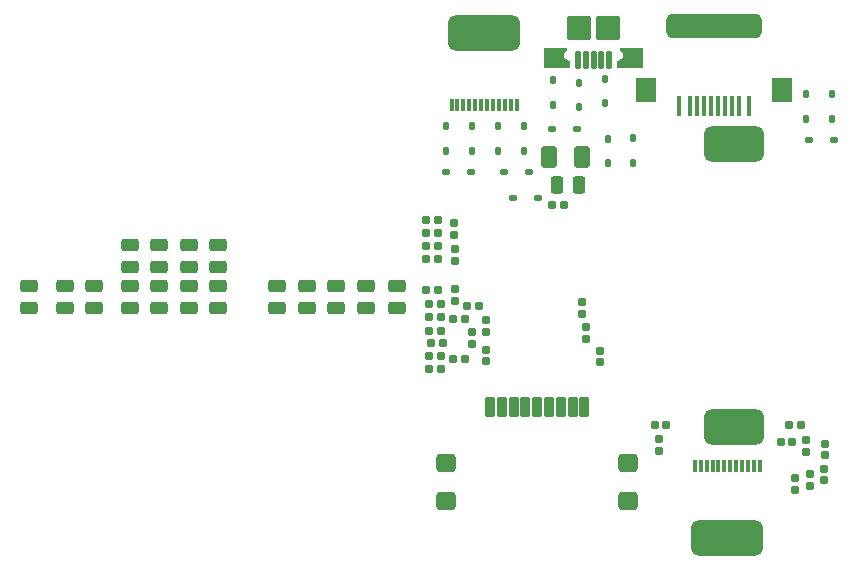
<source format=gbr>
%TF.GenerationSoftware,KiCad,Pcbnew,8.0.5*%
%TF.CreationDate,2024-09-24T22:25:09+12:00*%
%TF.ProjectId,USB Cable Tester,55534220-4361-4626-9c65-205465737465,rev?*%
%TF.SameCoordinates,Original*%
%TF.FileFunction,Paste,Top*%
%TF.FilePolarity,Positive*%
%FSLAX46Y46*%
G04 Gerber Fmt 4.6, Leading zero omitted, Abs format (unit mm)*
G04 Created by KiCad (PCBNEW 8.0.5) date 2024-09-24 22:25:09*
%MOMM*%
%LPD*%
G01*
G04 APERTURE LIST*
G04 Aperture macros list*
%AMRoundRect*
0 Rectangle with rounded corners*
0 $1 Rounding radius*
0 $2 $3 $4 $5 $6 $7 $8 $9 X,Y pos of 4 corners*
0 Add a 4 corners polygon primitive as box body*
4,1,4,$2,$3,$4,$5,$6,$7,$8,$9,$2,$3,0*
0 Add four circle primitives for the rounded corners*
1,1,$1+$1,$2,$3*
1,1,$1+$1,$4,$5*
1,1,$1+$1,$6,$7*
1,1,$1+$1,$8,$9*
0 Add four rect primitives between the rounded corners*
20,1,$1+$1,$2,$3,$4,$5,0*
20,1,$1+$1,$4,$5,$6,$7,0*
20,1,$1+$1,$6,$7,$8,$9,0*
20,1,$1+$1,$8,$9,$2,$3,0*%
%AMFreePoly0*
4,1,20,1.085355,0.835355,1.100000,0.800000,1.100000,-0.800000,1.085355,-0.835355,1.050000,-0.850000,-0.800000,-0.850000,-0.835355,-0.835355,-0.850000,-0.800000,-0.850000,-0.650000,-0.835355,-0.614645,-0.600000,-0.379290,-0.600000,-0.026033,-1.078673,0.309038,-1.099239,0.341311,-1.100000,0.350000,-1.100000,0.800000,-1.085355,0.835355,-1.050000,0.850000,1.050000,0.850000,1.085355,0.835355,
1.085355,0.835355,$1*%
%AMFreePoly1*
4,1,20,1.085355,0.835355,1.100000,0.800000,1.100000,0.350000,1.085355,0.314645,1.078673,0.309038,0.600000,-0.026033,0.600000,-0.379290,0.835355,-0.614645,0.850000,-0.650000,0.850000,-0.800000,0.835355,-0.835355,0.800000,-0.850000,-1.050000,-0.850000,-1.085355,-0.835355,-1.100000,-0.800000,-1.100000,0.800000,-1.085355,0.835355,-1.050000,0.850000,1.050000,0.850000,1.085355,0.835355,
1.085355,0.835355,$1*%
G04 Aperture macros list end*
%ADD10RoundRect,0.160000X-0.160000X-0.210000X0.160000X-0.210000X0.160000X0.210000X-0.160000X0.210000X0*%
%ADD11RoundRect,0.525000X3.525000X0.525000X-3.525000X0.525000X-3.525000X-0.525000X3.525000X-0.525000X0*%
%ADD12RoundRect,0.050000X0.800000X1.000000X-0.800000X1.000000X-0.800000X-1.000000X0.800000X-1.000000X0*%
%ADD13RoundRect,0.050000X0.150000X0.762001X-0.150000X0.762001X-0.150000X-0.762001X0.150000X-0.762001X0*%
%ADD14RoundRect,0.165000X0.195000X-0.165000X0.195000X0.165000X-0.195000X0.165000X-0.195000X-0.165000X0*%
%ADD15RoundRect,0.137500X-0.137500X0.212500X-0.137500X-0.212500X0.137500X-0.212500X0.137500X0.212500X0*%
%ADD16RoundRect,0.165000X0.165000X0.195000X-0.165000X0.195000X-0.165000X-0.195000X0.165000X-0.195000X0*%
%ADD17RoundRect,0.268750X0.481250X-0.268750X0.481250X0.268750X-0.481250X0.268750X-0.481250X-0.268750X0*%
%ADD18RoundRect,0.165000X-0.195000X0.165000X-0.195000X-0.165000X0.195000X-0.165000X0.195000X0.165000X0*%
%ADD19RoundRect,0.137500X-0.212500X-0.137500X0.212500X-0.137500X0.212500X0.137500X-0.212500X0.137500X0*%
%ADD20RoundRect,0.268750X-0.481250X0.268750X-0.481250X-0.268750X0.481250X-0.268750X0.481250X0.268750X0*%
%ADD21RoundRect,0.400000X-0.450000X-0.400000X0.450000X-0.400000X0.450000X0.400000X-0.450000X0.400000X0*%
%ADD22RoundRect,0.050000X-0.350000X-0.800000X0.350000X-0.800000X0.350000X0.800000X-0.350000X0.800000X0*%
%ADD23RoundRect,0.775000X-1.775000X0.775000X-1.775000X-0.775000X1.775000X-0.775000X1.775000X0.775000X0*%
%ADD24RoundRect,0.775000X2.275000X0.775000X-2.275000X0.775000X-2.275000X-0.775000X2.275000X-0.775000X0*%
%ADD25RoundRect,0.050000X0.140005X0.450000X-0.140005X0.450000X-0.140005X-0.450000X0.140005X-0.450000X0*%
%ADD26FreePoly0,180.000000*%
%ADD27RoundRect,0.050000X0.950000X0.950000X-0.950000X0.950000X-0.950000X-0.950000X0.950000X-0.950000X0*%
%ADD28FreePoly1,180.000000*%
%ADD29RoundRect,0.050000X0.200000X0.675000X-0.200000X0.675000X-0.200000X-0.675000X0.200000X-0.675000X0*%
%ADD30RoundRect,0.270000X-0.405000X-0.655000X0.405000X-0.655000X0.405000X0.655000X-0.405000X0.655000X0*%
%ADD31RoundRect,0.165000X-0.165000X-0.195000X0.165000X-0.195000X0.165000X0.195000X-0.165000X0.195000X0*%
%ADD32RoundRect,0.160000X-0.210000X0.160000X-0.210000X-0.160000X0.210000X-0.160000X0.210000X0.160000X0*%
%ADD33RoundRect,0.160000X0.210000X-0.160000X0.210000X0.160000X-0.210000X0.160000X-0.210000X-0.160000X0*%
%ADD34RoundRect,0.160000X0.160000X0.210000X-0.160000X0.210000X-0.160000X-0.210000X0.160000X-0.210000X0*%
%ADD35RoundRect,0.268750X-0.268750X-0.481250X0.268750X-0.481250X0.268750X0.481250X-0.268750X0.481250X0*%
%ADD36RoundRect,0.775000X-2.275000X-0.775000X2.275000X-0.775000X2.275000X0.775000X-2.275000X0.775000X0*%
%ADD37RoundRect,0.050000X-0.140005X-0.450000X0.140005X-0.450000X0.140005X0.450000X-0.140005X0.450000X0*%
G04 APERTURE END LIST*
D10*
%TO.C,R29*%
X41610921Y-25736821D03*
X40590921Y-25736821D03*
%TD*%
D11*
%TO.C,J5*%
X61521421Y-2021321D03*
D12*
X55771357Y-7461377D03*
X67271485Y-7461377D03*
D13*
X58571459Y-8811390D03*
X59421345Y-8811390D03*
X60021294Y-8811390D03*
X60621497Y-8811390D03*
X61221446Y-8811390D03*
X61821396Y-8811390D03*
X62421345Y-8811390D03*
X63021294Y-8811390D03*
X63621497Y-8811390D03*
X64471383Y-8811390D03*
%TD*%
D14*
%TO.C,C9*%
X40966621Y-27991321D03*
X40966621Y-28951321D03*
%TD*%
D15*
%TO.C,D28*%
X52226521Y-8616421D03*
X52226521Y-6516421D03*
%TD*%
D16*
%TO.C,C18*%
X56458721Y-35831821D03*
X57418721Y-35831821D03*
%TD*%
D17*
%TO.C,D48*%
X17021321Y-20583821D03*
X17021321Y-22458821D03*
%TD*%
D15*
%TO.C,D1*%
X41014521Y-12616821D03*
X41014521Y-10516821D03*
%TD*%
D18*
%TO.C,C7*%
X70821721Y-40504321D03*
X70821721Y-39544321D03*
%TD*%
D19*
%TO.C,D29*%
X45816621Y-14416321D03*
X43716621Y-14416321D03*
%TD*%
D20*
%TO.C,D46*%
X19521321Y-25958821D03*
X19521321Y-24083821D03*
%TD*%
D21*
%TO.C,J1*%
X54231270Y-42296302D03*
X54231270Y-39096404D03*
X38811372Y-42296302D03*
X38811372Y-39096404D03*
D22*
X42521321Y-34346340D03*
X44521321Y-34346340D03*
X46521321Y-34346340D03*
X48521321Y-34346340D03*
X50521321Y-34346340D03*
X49521321Y-34346340D03*
X47521321Y-34346340D03*
X45521321Y-34346340D03*
X43521321Y-34346340D03*
%TD*%
D10*
%TO.C,R25*%
X38397821Y-26731021D03*
X37377821Y-26731021D03*
%TD*%
D14*
%TO.C,C17*%
X69307621Y-37152221D03*
X69307621Y-38112221D03*
%TD*%
D23*
%TO.C,U1*%
X63221321Y-36021321D03*
X63221321Y-12021321D03*
%TD*%
D24*
%TO.C,J4*%
X42021321Y-2621321D03*
D25*
X39271512Y-8721270D03*
X39771385Y-8721270D03*
X40271257Y-8721270D03*
X40771385Y-8721270D03*
X41271257Y-8721270D03*
X41771385Y-8721270D03*
X42271257Y-8721270D03*
X42771385Y-8721270D03*
X43271257Y-8721270D03*
X43771385Y-8721270D03*
X44271257Y-8721270D03*
X44771385Y-8721270D03*
%TD*%
D10*
%TO.C,R28*%
X38347421Y-31131321D03*
X37327421Y-31131321D03*
%TD*%
D20*
%TO.C,D50*%
X14521321Y-25958821D03*
X14521321Y-24083821D03*
%TD*%
D14*
%TO.C,C21*%
X51857821Y-29551721D03*
X51857821Y-30511721D03*
%TD*%
D10*
%TO.C,R22*%
X38136221Y-24431421D03*
X37116221Y-24431421D03*
%TD*%
%TO.C,R26*%
X38343021Y-27858521D03*
X37323021Y-27858521D03*
%TD*%
D26*
%TO.C,J3*%
X48196321Y-4781321D03*
D27*
X50096321Y-2231321D03*
X52496321Y-2231321D03*
D28*
X54396321Y-4781321D03*
D29*
X49996321Y-4906321D03*
X50646321Y-4906321D03*
X51296321Y-4906321D03*
X51946321Y-4906321D03*
X52596321Y-4906321D03*
%TD*%
D10*
%TO.C,R37*%
X38159521Y-19567221D03*
X37139521Y-19567221D03*
%TD*%
D15*
%TO.C,D21*%
X52476621Y-13694421D03*
X52476621Y-11594421D03*
%TD*%
%TO.C,D6*%
X47826421Y-8771321D03*
X47826421Y-6671321D03*
%TD*%
D19*
%TO.C,D15*%
X49914821Y-10754421D03*
X47814821Y-10754421D03*
%TD*%
D10*
%TO.C,R30*%
X38135721Y-20667221D03*
X37115721Y-20667221D03*
%TD*%
D30*
%TO.C,F1*%
X50346621Y-13124621D03*
X47546621Y-13124621D03*
%TD*%
D17*
%TO.C,D43*%
X32021321Y-24083821D03*
X32021321Y-25958821D03*
%TD*%
D10*
%TO.C,R36*%
X38408221Y-25630521D03*
X37388221Y-25630521D03*
%TD*%
D31*
%TO.C,C16*%
X68825921Y-35843721D03*
X67865921Y-35843721D03*
%TD*%
D20*
%TO.C,D47*%
X17021321Y-25958821D03*
X17021321Y-24083821D03*
%TD*%
D32*
%TO.C,R32*%
X39551021Y-25322721D03*
X39551021Y-24302721D03*
%TD*%
D10*
%TO.C,R24*%
X38357721Y-30030821D03*
X37337721Y-30030821D03*
%TD*%
D17*
%TO.C,D49*%
X14521321Y-20583821D03*
X14521321Y-22458821D03*
%TD*%
D18*
%TO.C,C13*%
X69601321Y-40968721D03*
X69601321Y-40008721D03*
%TD*%
D14*
%TO.C,C8*%
X68381321Y-40373521D03*
X68381321Y-41333521D03*
%TD*%
D31*
%TO.C,C14*%
X68117121Y-37294721D03*
X67157121Y-37294721D03*
%TD*%
D20*
%TO.C,D51*%
X12021321Y-25958821D03*
X12021321Y-24083821D03*
%TD*%
D19*
%TO.C,D19*%
X71614521Y-11720821D03*
X69514521Y-11720821D03*
%TD*%
D15*
%TO.C,D25*%
X43214521Y-12616321D03*
X43214521Y-10516321D03*
%TD*%
D10*
%TO.C,R31*%
X38135721Y-21767221D03*
X37115721Y-21767221D03*
%TD*%
D17*
%TO.C,D40*%
X3521321Y-24083821D03*
X3521321Y-25958821D03*
%TD*%
D18*
%TO.C,C10*%
X50327821Y-26416821D03*
X50327821Y-25456821D03*
%TD*%
D32*
%TO.C,R33*%
X39501921Y-19752521D03*
X39501921Y-18732521D03*
%TD*%
D15*
%TO.C,D9*%
X71497521Y-9920321D03*
X71497521Y-7820321D03*
%TD*%
%TO.C,D7*%
X45416521Y-12616321D03*
X45416521Y-10516321D03*
%TD*%
D16*
%TO.C,C15*%
X39428221Y-30215621D03*
X40388221Y-30215621D03*
%TD*%
D33*
%TO.C,R35*%
X39547821Y-20937421D03*
X39547821Y-21957421D03*
%TD*%
D34*
%TO.C,R1*%
X47766921Y-17234621D03*
X48786921Y-17234621D03*
%TD*%
D17*
%TO.C,D24*%
X34621321Y-24083821D03*
X34621321Y-25958821D03*
%TD*%
%TO.C,D44*%
X29521321Y-24083821D03*
X29521321Y-25958821D03*
%TD*%
D15*
%TO.C,D5*%
X50026421Y-8954421D03*
X50026421Y-6854421D03*
%TD*%
%TO.C,D20*%
X54676621Y-13668321D03*
X54676621Y-11568321D03*
%TD*%
D10*
%TO.C,R23*%
X40428421Y-26836721D03*
X39408421Y-26836721D03*
%TD*%
D14*
%TO.C,C19*%
X42187121Y-26986421D03*
X42187121Y-27946421D03*
%TD*%
D15*
%TO.C,D26*%
X69297021Y-9900421D03*
X69297021Y-7800421D03*
%TD*%
D14*
%TO.C,C11*%
X42203121Y-29463521D03*
X42203121Y-30423521D03*
%TD*%
D35*
%TO.C,D2*%
X50075521Y-15539621D03*
X48200521Y-15539621D03*
%TD*%
D10*
%TO.C,R34*%
X38135721Y-18467221D03*
X37115721Y-18467221D03*
%TD*%
D17*
%TO.C,D42*%
X6521321Y-24083821D03*
X6521321Y-25958821D03*
%TD*%
D19*
%TO.C,D22*%
X46568021Y-16616321D03*
X44468021Y-16616321D03*
%TD*%
D17*
%TO.C,D41*%
X9021321Y-24083821D03*
X9021321Y-25958821D03*
%TD*%
%TO.C,D52*%
X12021321Y-20583821D03*
X12021321Y-22458821D03*
%TD*%
D18*
%TO.C,C12*%
X56861121Y-38004821D03*
X56861121Y-37044821D03*
%TD*%
D10*
%TO.C,R27*%
X38536621Y-28930821D03*
X37516621Y-28930821D03*
%TD*%
D18*
%TO.C,C6*%
X70867421Y-38383921D03*
X70867421Y-37423921D03*
%TD*%
D14*
%TO.C,C20*%
X50680921Y-27576721D03*
X50680921Y-28536721D03*
%TD*%
D17*
%TO.C,D39*%
X24521321Y-24083821D03*
X24521321Y-25958821D03*
%TD*%
D15*
%TO.C,D12*%
X38814521Y-12616321D03*
X38814521Y-10516321D03*
%TD*%
D36*
%TO.C,J2*%
X62621321Y-45421321D03*
D37*
X65371130Y-39321372D03*
X64871257Y-39321372D03*
X64371385Y-39321372D03*
X63871257Y-39321372D03*
X63371385Y-39321372D03*
X62871257Y-39321372D03*
X62371385Y-39321372D03*
X61871257Y-39321372D03*
X61371385Y-39321372D03*
X60871257Y-39321372D03*
X60371385Y-39321372D03*
X59871257Y-39321372D03*
%TD*%
D17*
%TO.C,D31*%
X27021321Y-24083821D03*
X27021321Y-25958821D03*
%TD*%
D19*
%TO.C,D17*%
X40879121Y-14416821D03*
X38779121Y-14416821D03*
%TD*%
D17*
%TO.C,D45*%
X19521321Y-20583821D03*
X19521321Y-22458821D03*
%TD*%
M02*

</source>
